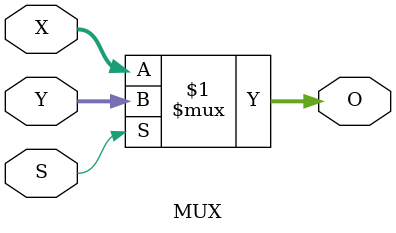
<source format=v>
module MUX(X, Y, S, O);
  
  input [63:0] X;
  input [63:0] Y;
  input S;
  output [63:0] O;
  
  assign O = S ? Y : X;
endmodule
</source>
